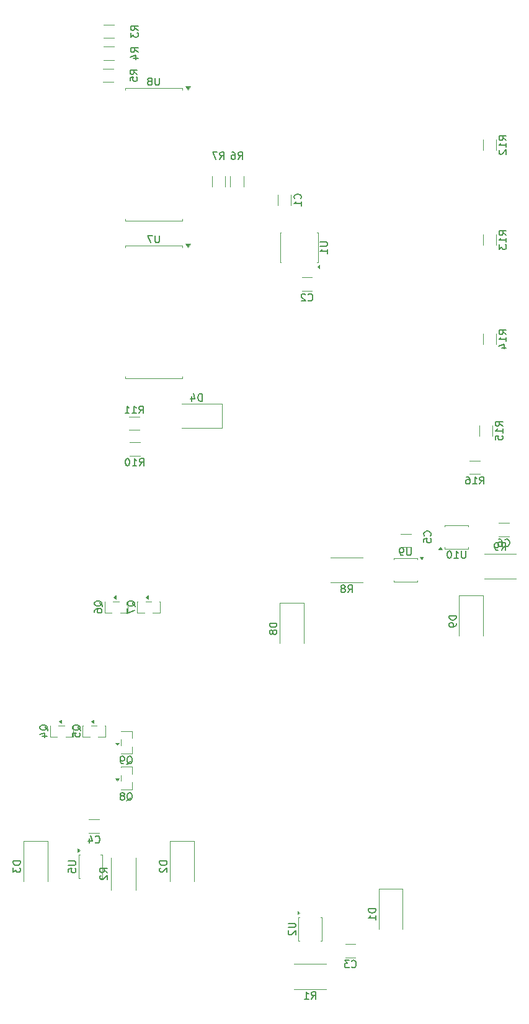
<source format=gbr>
%TF.GenerationSoftware,KiCad,Pcbnew,9.0.6*%
%TF.CreationDate,2025-12-23T13:14:00+01:00*%
%TF.ProjectId,MainBoard,4d61696e-426f-4617-9264-2e6b69636164,rev?*%
%TF.SameCoordinates,Original*%
%TF.FileFunction,Legend,Bot*%
%TF.FilePolarity,Positive*%
%FSLAX46Y46*%
G04 Gerber Fmt 4.6, Leading zero omitted, Abs format (unit mm)*
G04 Created by KiCad (PCBNEW 9.0.6) date 2025-12-23 13:14:00*
%MOMM*%
%LPD*%
G01*
G04 APERTURE LIST*
%ADD10C,0.150000*%
%ADD11C,0.120000*%
G04 APERTURE END LIST*
D10*
X60650057Y-142404761D02*
X60602438Y-142309523D01*
X60602438Y-142309523D02*
X60507200Y-142214285D01*
X60507200Y-142214285D02*
X60364342Y-142071428D01*
X60364342Y-142071428D02*
X60316723Y-141976190D01*
X60316723Y-141976190D02*
X60316723Y-141880952D01*
X60554819Y-141928571D02*
X60507200Y-141833333D01*
X60507200Y-141833333D02*
X60411961Y-141738095D01*
X60411961Y-141738095D02*
X60221485Y-141690476D01*
X60221485Y-141690476D02*
X59888152Y-141690476D01*
X59888152Y-141690476D02*
X59697676Y-141738095D01*
X59697676Y-141738095D02*
X59602438Y-141833333D01*
X59602438Y-141833333D02*
X59554819Y-141928571D01*
X59554819Y-141928571D02*
X59554819Y-142119047D01*
X59554819Y-142119047D02*
X59602438Y-142214285D01*
X59602438Y-142214285D02*
X59697676Y-142309523D01*
X59697676Y-142309523D02*
X59888152Y-142357142D01*
X59888152Y-142357142D02*
X60221485Y-142357142D01*
X60221485Y-142357142D02*
X60411961Y-142309523D01*
X60411961Y-142309523D02*
X60507200Y-142214285D01*
X60507200Y-142214285D02*
X60554819Y-142119047D01*
X60554819Y-142119047D02*
X60554819Y-141928571D01*
X59554819Y-143261904D02*
X59554819Y-142785714D01*
X59554819Y-142785714D02*
X60031009Y-142738095D01*
X60031009Y-142738095D02*
X59983390Y-142785714D01*
X59983390Y-142785714D02*
X59935771Y-142880952D01*
X59935771Y-142880952D02*
X59935771Y-143119047D01*
X59935771Y-143119047D02*
X59983390Y-143214285D01*
X59983390Y-143214285D02*
X60031009Y-143261904D01*
X60031009Y-143261904D02*
X60126247Y-143309523D01*
X60126247Y-143309523D02*
X60364342Y-143309523D01*
X60364342Y-143309523D02*
X60459580Y-143261904D01*
X60459580Y-143261904D02*
X60507200Y-143214285D01*
X60507200Y-143214285D02*
X60554819Y-143119047D01*
X60554819Y-143119047D02*
X60554819Y-142880952D01*
X60554819Y-142880952D02*
X60507200Y-142785714D01*
X60507200Y-142785714D02*
X60459580Y-142738095D01*
X82166666Y-64454819D02*
X82499999Y-63978628D01*
X82738094Y-64454819D02*
X82738094Y-63454819D01*
X82738094Y-63454819D02*
X82357142Y-63454819D01*
X82357142Y-63454819D02*
X82261904Y-63502438D01*
X82261904Y-63502438D02*
X82214285Y-63550057D01*
X82214285Y-63550057D02*
X82166666Y-63645295D01*
X82166666Y-63645295D02*
X82166666Y-63788152D01*
X82166666Y-63788152D02*
X82214285Y-63883390D01*
X82214285Y-63883390D02*
X82261904Y-63931009D01*
X82261904Y-63931009D02*
X82357142Y-63978628D01*
X82357142Y-63978628D02*
X82738094Y-63978628D01*
X81309523Y-63454819D02*
X81499999Y-63454819D01*
X81499999Y-63454819D02*
X81595237Y-63502438D01*
X81595237Y-63502438D02*
X81642856Y-63550057D01*
X81642856Y-63550057D02*
X81738094Y-63692914D01*
X81738094Y-63692914D02*
X81785713Y-63883390D01*
X81785713Y-63883390D02*
X81785713Y-64264342D01*
X81785713Y-64264342D02*
X81738094Y-64359580D01*
X81738094Y-64359580D02*
X81690475Y-64407200D01*
X81690475Y-64407200D02*
X81595237Y-64454819D01*
X81595237Y-64454819D02*
X81404761Y-64454819D01*
X81404761Y-64454819D02*
X81309523Y-64407200D01*
X81309523Y-64407200D02*
X81261904Y-64359580D01*
X81261904Y-64359580D02*
X81214285Y-64264342D01*
X81214285Y-64264342D02*
X81214285Y-64026247D01*
X81214285Y-64026247D02*
X81261904Y-63931009D01*
X81261904Y-63931009D02*
X81309523Y-63883390D01*
X81309523Y-63883390D02*
X81404761Y-63835771D01*
X81404761Y-63835771D02*
X81595237Y-63835771D01*
X81595237Y-63835771D02*
X81690475Y-63883390D01*
X81690475Y-63883390D02*
X81738094Y-63931009D01*
X81738094Y-63931009D02*
X81785713Y-64026247D01*
X115142857Y-108784819D02*
X115476190Y-108308628D01*
X115714285Y-108784819D02*
X115714285Y-107784819D01*
X115714285Y-107784819D02*
X115333333Y-107784819D01*
X115333333Y-107784819D02*
X115238095Y-107832438D01*
X115238095Y-107832438D02*
X115190476Y-107880057D01*
X115190476Y-107880057D02*
X115142857Y-107975295D01*
X115142857Y-107975295D02*
X115142857Y-108118152D01*
X115142857Y-108118152D02*
X115190476Y-108213390D01*
X115190476Y-108213390D02*
X115238095Y-108261009D01*
X115238095Y-108261009D02*
X115333333Y-108308628D01*
X115333333Y-108308628D02*
X115714285Y-108308628D01*
X114190476Y-108784819D02*
X114761904Y-108784819D01*
X114476190Y-108784819D02*
X114476190Y-107784819D01*
X114476190Y-107784819D02*
X114571428Y-107927676D01*
X114571428Y-107927676D02*
X114666666Y-108022914D01*
X114666666Y-108022914D02*
X114761904Y-108070533D01*
X113333333Y-107784819D02*
X113523809Y-107784819D01*
X113523809Y-107784819D02*
X113619047Y-107832438D01*
X113619047Y-107832438D02*
X113666666Y-107880057D01*
X113666666Y-107880057D02*
X113761904Y-108022914D01*
X113761904Y-108022914D02*
X113809523Y-108213390D01*
X113809523Y-108213390D02*
X113809523Y-108594342D01*
X113809523Y-108594342D02*
X113761904Y-108689580D01*
X113761904Y-108689580D02*
X113714285Y-108737200D01*
X113714285Y-108737200D02*
X113619047Y-108784819D01*
X113619047Y-108784819D02*
X113428571Y-108784819D01*
X113428571Y-108784819D02*
X113333333Y-108737200D01*
X113333333Y-108737200D02*
X113285714Y-108689580D01*
X113285714Y-108689580D02*
X113238095Y-108594342D01*
X113238095Y-108594342D02*
X113238095Y-108356247D01*
X113238095Y-108356247D02*
X113285714Y-108261009D01*
X113285714Y-108261009D02*
X113333333Y-108213390D01*
X113333333Y-108213390D02*
X113428571Y-108165771D01*
X113428571Y-108165771D02*
X113619047Y-108165771D01*
X113619047Y-108165771D02*
X113714285Y-108213390D01*
X113714285Y-108213390D02*
X113761904Y-108261009D01*
X113761904Y-108261009D02*
X113809523Y-108356247D01*
X118784819Y-61857142D02*
X118308628Y-61523809D01*
X118784819Y-61285714D02*
X117784819Y-61285714D01*
X117784819Y-61285714D02*
X117784819Y-61666666D01*
X117784819Y-61666666D02*
X117832438Y-61761904D01*
X117832438Y-61761904D02*
X117880057Y-61809523D01*
X117880057Y-61809523D02*
X117975295Y-61857142D01*
X117975295Y-61857142D02*
X118118152Y-61857142D01*
X118118152Y-61857142D02*
X118213390Y-61809523D01*
X118213390Y-61809523D02*
X118261009Y-61761904D01*
X118261009Y-61761904D02*
X118308628Y-61666666D01*
X118308628Y-61666666D02*
X118308628Y-61285714D01*
X118784819Y-62809523D02*
X118784819Y-62238095D01*
X118784819Y-62523809D02*
X117784819Y-62523809D01*
X117784819Y-62523809D02*
X117927676Y-62428571D01*
X117927676Y-62428571D02*
X118022914Y-62333333D01*
X118022914Y-62333333D02*
X118070533Y-62238095D01*
X117880057Y-63190476D02*
X117832438Y-63238095D01*
X117832438Y-63238095D02*
X117784819Y-63333333D01*
X117784819Y-63333333D02*
X117784819Y-63571428D01*
X117784819Y-63571428D02*
X117832438Y-63666666D01*
X117832438Y-63666666D02*
X117880057Y-63714285D01*
X117880057Y-63714285D02*
X117975295Y-63761904D01*
X117975295Y-63761904D02*
X118070533Y-63761904D01*
X118070533Y-63761904D02*
X118213390Y-63714285D01*
X118213390Y-63714285D02*
X118784819Y-63142857D01*
X118784819Y-63142857D02*
X118784819Y-63761904D01*
X72454819Y-160261905D02*
X71454819Y-160261905D01*
X71454819Y-160261905D02*
X71454819Y-160500000D01*
X71454819Y-160500000D02*
X71502438Y-160642857D01*
X71502438Y-160642857D02*
X71597676Y-160738095D01*
X71597676Y-160738095D02*
X71692914Y-160785714D01*
X71692914Y-160785714D02*
X71883390Y-160833333D01*
X71883390Y-160833333D02*
X72026247Y-160833333D01*
X72026247Y-160833333D02*
X72216723Y-160785714D01*
X72216723Y-160785714D02*
X72311961Y-160738095D01*
X72311961Y-160738095D02*
X72407200Y-160642857D01*
X72407200Y-160642857D02*
X72454819Y-160500000D01*
X72454819Y-160500000D02*
X72454819Y-160261905D01*
X71550057Y-161214286D02*
X71502438Y-161261905D01*
X71502438Y-161261905D02*
X71454819Y-161357143D01*
X71454819Y-161357143D02*
X71454819Y-161595238D01*
X71454819Y-161595238D02*
X71502438Y-161690476D01*
X71502438Y-161690476D02*
X71550057Y-161738095D01*
X71550057Y-161738095D02*
X71645295Y-161785714D01*
X71645295Y-161785714D02*
X71740533Y-161785714D01*
X71740533Y-161785714D02*
X71883390Y-161738095D01*
X71883390Y-161738095D02*
X72454819Y-161166667D01*
X72454819Y-161166667D02*
X72454819Y-161785714D01*
X52454819Y-160261905D02*
X51454819Y-160261905D01*
X51454819Y-160261905D02*
X51454819Y-160500000D01*
X51454819Y-160500000D02*
X51502438Y-160642857D01*
X51502438Y-160642857D02*
X51597676Y-160738095D01*
X51597676Y-160738095D02*
X51692914Y-160785714D01*
X51692914Y-160785714D02*
X51883390Y-160833333D01*
X51883390Y-160833333D02*
X52026247Y-160833333D01*
X52026247Y-160833333D02*
X52216723Y-160785714D01*
X52216723Y-160785714D02*
X52311961Y-160738095D01*
X52311961Y-160738095D02*
X52407200Y-160642857D01*
X52407200Y-160642857D02*
X52454819Y-160500000D01*
X52454819Y-160500000D02*
X52454819Y-160261905D01*
X51454819Y-161166667D02*
X51454819Y-161785714D01*
X51454819Y-161785714D02*
X51835771Y-161452381D01*
X51835771Y-161452381D02*
X51835771Y-161595238D01*
X51835771Y-161595238D02*
X51883390Y-161690476D01*
X51883390Y-161690476D02*
X51931009Y-161738095D01*
X51931009Y-161738095D02*
X52026247Y-161785714D01*
X52026247Y-161785714D02*
X52264342Y-161785714D01*
X52264342Y-161785714D02*
X52359580Y-161738095D01*
X52359580Y-161738095D02*
X52407200Y-161690476D01*
X52407200Y-161690476D02*
X52454819Y-161595238D01*
X52454819Y-161595238D02*
X52454819Y-161309524D01*
X52454819Y-161309524D02*
X52407200Y-161214286D01*
X52407200Y-161214286D02*
X52359580Y-161166667D01*
X87454819Y-127761905D02*
X86454819Y-127761905D01*
X86454819Y-127761905D02*
X86454819Y-128000000D01*
X86454819Y-128000000D02*
X86502438Y-128142857D01*
X86502438Y-128142857D02*
X86597676Y-128238095D01*
X86597676Y-128238095D02*
X86692914Y-128285714D01*
X86692914Y-128285714D02*
X86883390Y-128333333D01*
X86883390Y-128333333D02*
X87026247Y-128333333D01*
X87026247Y-128333333D02*
X87216723Y-128285714D01*
X87216723Y-128285714D02*
X87311961Y-128238095D01*
X87311961Y-128238095D02*
X87407200Y-128142857D01*
X87407200Y-128142857D02*
X87454819Y-128000000D01*
X87454819Y-128000000D02*
X87454819Y-127761905D01*
X86883390Y-128904762D02*
X86835771Y-128809524D01*
X86835771Y-128809524D02*
X86788152Y-128761905D01*
X86788152Y-128761905D02*
X86692914Y-128714286D01*
X86692914Y-128714286D02*
X86645295Y-128714286D01*
X86645295Y-128714286D02*
X86550057Y-128761905D01*
X86550057Y-128761905D02*
X86502438Y-128809524D01*
X86502438Y-128809524D02*
X86454819Y-128904762D01*
X86454819Y-128904762D02*
X86454819Y-129095238D01*
X86454819Y-129095238D02*
X86502438Y-129190476D01*
X86502438Y-129190476D02*
X86550057Y-129238095D01*
X86550057Y-129238095D02*
X86645295Y-129285714D01*
X86645295Y-129285714D02*
X86692914Y-129285714D01*
X86692914Y-129285714D02*
X86788152Y-129238095D01*
X86788152Y-129238095D02*
X86835771Y-129190476D01*
X86835771Y-129190476D02*
X86883390Y-129095238D01*
X86883390Y-129095238D02*
X86883390Y-128904762D01*
X86883390Y-128904762D02*
X86931009Y-128809524D01*
X86931009Y-128809524D02*
X86978628Y-128761905D01*
X86978628Y-128761905D02*
X87073866Y-128714286D01*
X87073866Y-128714286D02*
X87264342Y-128714286D01*
X87264342Y-128714286D02*
X87359580Y-128761905D01*
X87359580Y-128761905D02*
X87407200Y-128809524D01*
X87407200Y-128809524D02*
X87454819Y-128904762D01*
X87454819Y-128904762D02*
X87454819Y-129095238D01*
X87454819Y-129095238D02*
X87407200Y-129190476D01*
X87407200Y-129190476D02*
X87359580Y-129238095D01*
X87359580Y-129238095D02*
X87264342Y-129285714D01*
X87264342Y-129285714D02*
X87073866Y-129285714D01*
X87073866Y-129285714D02*
X86978628Y-129238095D01*
X86978628Y-129238095D02*
X86931009Y-129190476D01*
X86931009Y-129190476D02*
X86883390Y-129095238D01*
X100954819Y-166761905D02*
X99954819Y-166761905D01*
X99954819Y-166761905D02*
X99954819Y-167000000D01*
X99954819Y-167000000D02*
X100002438Y-167142857D01*
X100002438Y-167142857D02*
X100097676Y-167238095D01*
X100097676Y-167238095D02*
X100192914Y-167285714D01*
X100192914Y-167285714D02*
X100383390Y-167333333D01*
X100383390Y-167333333D02*
X100526247Y-167333333D01*
X100526247Y-167333333D02*
X100716723Y-167285714D01*
X100716723Y-167285714D02*
X100811961Y-167238095D01*
X100811961Y-167238095D02*
X100907200Y-167142857D01*
X100907200Y-167142857D02*
X100954819Y-167000000D01*
X100954819Y-167000000D02*
X100954819Y-166761905D01*
X100954819Y-168285714D02*
X100954819Y-167714286D01*
X100954819Y-168000000D02*
X99954819Y-168000000D01*
X99954819Y-168000000D02*
X100097676Y-167904762D01*
X100097676Y-167904762D02*
X100192914Y-167809524D01*
X100192914Y-167809524D02*
X100240533Y-167714286D01*
X118116666Y-117824819D02*
X118449999Y-117348628D01*
X118688094Y-117824819D02*
X118688094Y-116824819D01*
X118688094Y-116824819D02*
X118307142Y-116824819D01*
X118307142Y-116824819D02*
X118211904Y-116872438D01*
X118211904Y-116872438D02*
X118164285Y-116920057D01*
X118164285Y-116920057D02*
X118116666Y-117015295D01*
X118116666Y-117015295D02*
X118116666Y-117158152D01*
X118116666Y-117158152D02*
X118164285Y-117253390D01*
X118164285Y-117253390D02*
X118211904Y-117301009D01*
X118211904Y-117301009D02*
X118307142Y-117348628D01*
X118307142Y-117348628D02*
X118688094Y-117348628D01*
X117640475Y-117824819D02*
X117449999Y-117824819D01*
X117449999Y-117824819D02*
X117354761Y-117777200D01*
X117354761Y-117777200D02*
X117307142Y-117729580D01*
X117307142Y-117729580D02*
X117211904Y-117586723D01*
X117211904Y-117586723D02*
X117164285Y-117396247D01*
X117164285Y-117396247D02*
X117164285Y-117015295D01*
X117164285Y-117015295D02*
X117211904Y-116920057D01*
X117211904Y-116920057D02*
X117259523Y-116872438D01*
X117259523Y-116872438D02*
X117354761Y-116824819D01*
X117354761Y-116824819D02*
X117545237Y-116824819D01*
X117545237Y-116824819D02*
X117640475Y-116872438D01*
X117640475Y-116872438D02*
X117688094Y-116920057D01*
X117688094Y-116920057D02*
X117735713Y-117015295D01*
X117735713Y-117015295D02*
X117735713Y-117253390D01*
X117735713Y-117253390D02*
X117688094Y-117348628D01*
X117688094Y-117348628D02*
X117640475Y-117396247D01*
X117640475Y-117396247D02*
X117545237Y-117443866D01*
X117545237Y-117443866D02*
X117354761Y-117443866D01*
X117354761Y-117443866D02*
X117259523Y-117396247D01*
X117259523Y-117396247D02*
X117211904Y-117348628D01*
X117211904Y-117348628D02*
X117164285Y-117253390D01*
X68404819Y-52833333D02*
X67928628Y-52500000D01*
X68404819Y-52261905D02*
X67404819Y-52261905D01*
X67404819Y-52261905D02*
X67404819Y-52642857D01*
X67404819Y-52642857D02*
X67452438Y-52738095D01*
X67452438Y-52738095D02*
X67500057Y-52785714D01*
X67500057Y-52785714D02*
X67595295Y-52833333D01*
X67595295Y-52833333D02*
X67738152Y-52833333D01*
X67738152Y-52833333D02*
X67833390Y-52785714D01*
X67833390Y-52785714D02*
X67881009Y-52738095D01*
X67881009Y-52738095D02*
X67928628Y-52642857D01*
X67928628Y-52642857D02*
X67928628Y-52261905D01*
X67404819Y-53738095D02*
X67404819Y-53261905D01*
X67404819Y-53261905D02*
X67881009Y-53214286D01*
X67881009Y-53214286D02*
X67833390Y-53261905D01*
X67833390Y-53261905D02*
X67785771Y-53357143D01*
X67785771Y-53357143D02*
X67785771Y-53595238D01*
X67785771Y-53595238D02*
X67833390Y-53690476D01*
X67833390Y-53690476D02*
X67881009Y-53738095D01*
X67881009Y-53738095D02*
X67976247Y-53785714D01*
X67976247Y-53785714D02*
X68214342Y-53785714D01*
X68214342Y-53785714D02*
X68309580Y-53738095D01*
X68309580Y-53738095D02*
X68357200Y-53690476D01*
X68357200Y-53690476D02*
X68404819Y-53595238D01*
X68404819Y-53595238D02*
X68404819Y-53357143D01*
X68404819Y-53357143D02*
X68357200Y-53261905D01*
X68357200Y-53261905D02*
X68309580Y-53214286D01*
X118784819Y-88357142D02*
X118308628Y-88023809D01*
X118784819Y-87785714D02*
X117784819Y-87785714D01*
X117784819Y-87785714D02*
X117784819Y-88166666D01*
X117784819Y-88166666D02*
X117832438Y-88261904D01*
X117832438Y-88261904D02*
X117880057Y-88309523D01*
X117880057Y-88309523D02*
X117975295Y-88357142D01*
X117975295Y-88357142D02*
X118118152Y-88357142D01*
X118118152Y-88357142D02*
X118213390Y-88309523D01*
X118213390Y-88309523D02*
X118261009Y-88261904D01*
X118261009Y-88261904D02*
X118308628Y-88166666D01*
X118308628Y-88166666D02*
X118308628Y-87785714D01*
X118784819Y-89309523D02*
X118784819Y-88738095D01*
X118784819Y-89023809D02*
X117784819Y-89023809D01*
X117784819Y-89023809D02*
X117927676Y-88928571D01*
X117927676Y-88928571D02*
X118022914Y-88833333D01*
X118022914Y-88833333D02*
X118070533Y-88738095D01*
X118118152Y-90166666D02*
X118784819Y-90166666D01*
X117737200Y-89928571D02*
X118451485Y-89690476D01*
X118451485Y-89690476D02*
X118451485Y-90309523D01*
X66970238Y-152000057D02*
X67065476Y-151952438D01*
X67065476Y-151952438D02*
X67160714Y-151857200D01*
X67160714Y-151857200D02*
X67303571Y-151714342D01*
X67303571Y-151714342D02*
X67398809Y-151666723D01*
X67398809Y-151666723D02*
X67494047Y-151666723D01*
X67446428Y-151904819D02*
X67541666Y-151857200D01*
X67541666Y-151857200D02*
X67636904Y-151761961D01*
X67636904Y-151761961D02*
X67684523Y-151571485D01*
X67684523Y-151571485D02*
X67684523Y-151238152D01*
X67684523Y-151238152D02*
X67636904Y-151047676D01*
X67636904Y-151047676D02*
X67541666Y-150952438D01*
X67541666Y-150952438D02*
X67446428Y-150904819D01*
X67446428Y-150904819D02*
X67255952Y-150904819D01*
X67255952Y-150904819D02*
X67160714Y-150952438D01*
X67160714Y-150952438D02*
X67065476Y-151047676D01*
X67065476Y-151047676D02*
X67017857Y-151238152D01*
X67017857Y-151238152D02*
X67017857Y-151571485D01*
X67017857Y-151571485D02*
X67065476Y-151761961D01*
X67065476Y-151761961D02*
X67160714Y-151857200D01*
X67160714Y-151857200D02*
X67255952Y-151904819D01*
X67255952Y-151904819D02*
X67446428Y-151904819D01*
X66446428Y-151333390D02*
X66541666Y-151285771D01*
X66541666Y-151285771D02*
X66589285Y-151238152D01*
X66589285Y-151238152D02*
X66636904Y-151142914D01*
X66636904Y-151142914D02*
X66636904Y-151095295D01*
X66636904Y-151095295D02*
X66589285Y-151000057D01*
X66589285Y-151000057D02*
X66541666Y-150952438D01*
X66541666Y-150952438D02*
X66446428Y-150904819D01*
X66446428Y-150904819D02*
X66255952Y-150904819D01*
X66255952Y-150904819D02*
X66160714Y-150952438D01*
X66160714Y-150952438D02*
X66113095Y-151000057D01*
X66113095Y-151000057D02*
X66065476Y-151095295D01*
X66065476Y-151095295D02*
X66065476Y-151142914D01*
X66065476Y-151142914D02*
X66113095Y-151238152D01*
X66113095Y-151238152D02*
X66160714Y-151285771D01*
X66160714Y-151285771D02*
X66255952Y-151333390D01*
X66255952Y-151333390D02*
X66446428Y-151333390D01*
X66446428Y-151333390D02*
X66541666Y-151381009D01*
X66541666Y-151381009D02*
X66589285Y-151428628D01*
X66589285Y-151428628D02*
X66636904Y-151523866D01*
X66636904Y-151523866D02*
X66636904Y-151714342D01*
X66636904Y-151714342D02*
X66589285Y-151809580D01*
X66589285Y-151809580D02*
X66541666Y-151857200D01*
X66541666Y-151857200D02*
X66446428Y-151904819D01*
X66446428Y-151904819D02*
X66255952Y-151904819D01*
X66255952Y-151904819D02*
X66160714Y-151857200D01*
X66160714Y-151857200D02*
X66113095Y-151809580D01*
X66113095Y-151809580D02*
X66065476Y-151714342D01*
X66065476Y-151714342D02*
X66065476Y-151523866D01*
X66065476Y-151523866D02*
X66113095Y-151428628D01*
X66113095Y-151428628D02*
X66160714Y-151381009D01*
X66160714Y-151381009D02*
X66255952Y-151333390D01*
X91729166Y-83709580D02*
X91776785Y-83757200D01*
X91776785Y-83757200D02*
X91919642Y-83804819D01*
X91919642Y-83804819D02*
X92014880Y-83804819D01*
X92014880Y-83804819D02*
X92157737Y-83757200D01*
X92157737Y-83757200D02*
X92252975Y-83661961D01*
X92252975Y-83661961D02*
X92300594Y-83566723D01*
X92300594Y-83566723D02*
X92348213Y-83376247D01*
X92348213Y-83376247D02*
X92348213Y-83233390D01*
X92348213Y-83233390D02*
X92300594Y-83042914D01*
X92300594Y-83042914D02*
X92252975Y-82947676D01*
X92252975Y-82947676D02*
X92157737Y-82852438D01*
X92157737Y-82852438D02*
X92014880Y-82804819D01*
X92014880Y-82804819D02*
X91919642Y-82804819D01*
X91919642Y-82804819D02*
X91776785Y-82852438D01*
X91776785Y-82852438D02*
X91729166Y-82900057D01*
X91348213Y-82900057D02*
X91300594Y-82852438D01*
X91300594Y-82852438D02*
X91205356Y-82804819D01*
X91205356Y-82804819D02*
X90967261Y-82804819D01*
X90967261Y-82804819D02*
X90872023Y-82852438D01*
X90872023Y-82852438D02*
X90824404Y-82900057D01*
X90824404Y-82900057D02*
X90776785Y-82995295D01*
X90776785Y-82995295D02*
X90776785Y-83090533D01*
X90776785Y-83090533D02*
X90824404Y-83233390D01*
X90824404Y-83233390D02*
X91395832Y-83804819D01*
X91395832Y-83804819D02*
X90776785Y-83804819D01*
X59004819Y-160238095D02*
X59814342Y-160238095D01*
X59814342Y-160238095D02*
X59909580Y-160285714D01*
X59909580Y-160285714D02*
X59957200Y-160333333D01*
X59957200Y-160333333D02*
X60004819Y-160428571D01*
X60004819Y-160428571D02*
X60004819Y-160619047D01*
X60004819Y-160619047D02*
X59957200Y-160714285D01*
X59957200Y-160714285D02*
X59909580Y-160761904D01*
X59909580Y-160761904D02*
X59814342Y-160809523D01*
X59814342Y-160809523D02*
X59004819Y-160809523D01*
X59004819Y-161761904D02*
X59004819Y-161285714D01*
X59004819Y-161285714D02*
X59481009Y-161238095D01*
X59481009Y-161238095D02*
X59433390Y-161285714D01*
X59433390Y-161285714D02*
X59385771Y-161380952D01*
X59385771Y-161380952D02*
X59385771Y-161619047D01*
X59385771Y-161619047D02*
X59433390Y-161714285D01*
X59433390Y-161714285D02*
X59481009Y-161761904D01*
X59481009Y-161761904D02*
X59576247Y-161809523D01*
X59576247Y-161809523D02*
X59814342Y-161809523D01*
X59814342Y-161809523D02*
X59909580Y-161761904D01*
X59909580Y-161761904D02*
X59957200Y-161714285D01*
X59957200Y-161714285D02*
X60004819Y-161619047D01*
X60004819Y-161619047D02*
X60004819Y-161380952D01*
X60004819Y-161380952D02*
X59957200Y-161285714D01*
X59957200Y-161285714D02*
X59909580Y-161238095D01*
X62666666Y-157709580D02*
X62714285Y-157757200D01*
X62714285Y-157757200D02*
X62857142Y-157804819D01*
X62857142Y-157804819D02*
X62952380Y-157804819D01*
X62952380Y-157804819D02*
X63095237Y-157757200D01*
X63095237Y-157757200D02*
X63190475Y-157661961D01*
X63190475Y-157661961D02*
X63238094Y-157566723D01*
X63238094Y-157566723D02*
X63285713Y-157376247D01*
X63285713Y-157376247D02*
X63285713Y-157233390D01*
X63285713Y-157233390D02*
X63238094Y-157042914D01*
X63238094Y-157042914D02*
X63190475Y-156947676D01*
X63190475Y-156947676D02*
X63095237Y-156852438D01*
X63095237Y-156852438D02*
X62952380Y-156804819D01*
X62952380Y-156804819D02*
X62857142Y-156804819D01*
X62857142Y-156804819D02*
X62714285Y-156852438D01*
X62714285Y-156852438D02*
X62666666Y-156900057D01*
X61809523Y-157138152D02*
X61809523Y-157804819D01*
X62047618Y-156757200D02*
X62285713Y-157471485D01*
X62285713Y-157471485D02*
X61666666Y-157471485D01*
X111954819Y-126761905D02*
X110954819Y-126761905D01*
X110954819Y-126761905D02*
X110954819Y-127000000D01*
X110954819Y-127000000D02*
X111002438Y-127142857D01*
X111002438Y-127142857D02*
X111097676Y-127238095D01*
X111097676Y-127238095D02*
X111192914Y-127285714D01*
X111192914Y-127285714D02*
X111383390Y-127333333D01*
X111383390Y-127333333D02*
X111526247Y-127333333D01*
X111526247Y-127333333D02*
X111716723Y-127285714D01*
X111716723Y-127285714D02*
X111811961Y-127238095D01*
X111811961Y-127238095D02*
X111907200Y-127142857D01*
X111907200Y-127142857D02*
X111954819Y-127000000D01*
X111954819Y-127000000D02*
X111954819Y-126761905D01*
X111954819Y-127809524D02*
X111954819Y-128000000D01*
X111954819Y-128000000D02*
X111907200Y-128095238D01*
X111907200Y-128095238D02*
X111859580Y-128142857D01*
X111859580Y-128142857D02*
X111716723Y-128238095D01*
X111716723Y-128238095D02*
X111526247Y-128285714D01*
X111526247Y-128285714D02*
X111145295Y-128285714D01*
X111145295Y-128285714D02*
X111050057Y-128238095D01*
X111050057Y-128238095D02*
X111002438Y-128190476D01*
X111002438Y-128190476D02*
X110954819Y-128095238D01*
X110954819Y-128095238D02*
X110954819Y-127904762D01*
X110954819Y-127904762D02*
X111002438Y-127809524D01*
X111002438Y-127809524D02*
X111050057Y-127761905D01*
X111050057Y-127761905D02*
X111145295Y-127714286D01*
X111145295Y-127714286D02*
X111383390Y-127714286D01*
X111383390Y-127714286D02*
X111478628Y-127761905D01*
X111478628Y-127761905D02*
X111526247Y-127809524D01*
X111526247Y-127809524D02*
X111573866Y-127904762D01*
X111573866Y-127904762D02*
X111573866Y-128095238D01*
X111573866Y-128095238D02*
X111526247Y-128190476D01*
X111526247Y-128190476D02*
X111478628Y-128238095D01*
X111478628Y-128238095D02*
X111383390Y-128285714D01*
X63650057Y-125467261D02*
X63602438Y-125372023D01*
X63602438Y-125372023D02*
X63507200Y-125276785D01*
X63507200Y-125276785D02*
X63364342Y-125133928D01*
X63364342Y-125133928D02*
X63316723Y-125038690D01*
X63316723Y-125038690D02*
X63316723Y-124943452D01*
X63554819Y-124991071D02*
X63507200Y-124895833D01*
X63507200Y-124895833D02*
X63411961Y-124800595D01*
X63411961Y-124800595D02*
X63221485Y-124752976D01*
X63221485Y-124752976D02*
X62888152Y-124752976D01*
X62888152Y-124752976D02*
X62697676Y-124800595D01*
X62697676Y-124800595D02*
X62602438Y-124895833D01*
X62602438Y-124895833D02*
X62554819Y-124991071D01*
X62554819Y-124991071D02*
X62554819Y-125181547D01*
X62554819Y-125181547D02*
X62602438Y-125276785D01*
X62602438Y-125276785D02*
X62697676Y-125372023D01*
X62697676Y-125372023D02*
X62888152Y-125419642D01*
X62888152Y-125419642D02*
X63221485Y-125419642D01*
X63221485Y-125419642D02*
X63411961Y-125372023D01*
X63411961Y-125372023D02*
X63507200Y-125276785D01*
X63507200Y-125276785D02*
X63554819Y-125181547D01*
X63554819Y-125181547D02*
X63554819Y-124991071D01*
X62554819Y-126276785D02*
X62554819Y-126086309D01*
X62554819Y-126086309D02*
X62602438Y-125991071D01*
X62602438Y-125991071D02*
X62650057Y-125943452D01*
X62650057Y-125943452D02*
X62792914Y-125848214D01*
X62792914Y-125848214D02*
X62983390Y-125800595D01*
X62983390Y-125800595D02*
X63364342Y-125800595D01*
X63364342Y-125800595D02*
X63459580Y-125848214D01*
X63459580Y-125848214D02*
X63507200Y-125895833D01*
X63507200Y-125895833D02*
X63554819Y-125991071D01*
X63554819Y-125991071D02*
X63554819Y-126181547D01*
X63554819Y-126181547D02*
X63507200Y-126276785D01*
X63507200Y-126276785D02*
X63459580Y-126324404D01*
X63459580Y-126324404D02*
X63364342Y-126372023D01*
X63364342Y-126372023D02*
X63126247Y-126372023D01*
X63126247Y-126372023D02*
X63031009Y-126324404D01*
X63031009Y-126324404D02*
X62983390Y-126276785D01*
X62983390Y-126276785D02*
X62935771Y-126181547D01*
X62935771Y-126181547D02*
X62935771Y-125991071D01*
X62935771Y-125991071D02*
X62983390Y-125895833D01*
X62983390Y-125895833D02*
X63031009Y-125848214D01*
X63031009Y-125848214D02*
X63126247Y-125800595D01*
X64324819Y-161833333D02*
X63848628Y-161500000D01*
X64324819Y-161261905D02*
X63324819Y-161261905D01*
X63324819Y-161261905D02*
X63324819Y-161642857D01*
X63324819Y-161642857D02*
X63372438Y-161738095D01*
X63372438Y-161738095D02*
X63420057Y-161785714D01*
X63420057Y-161785714D02*
X63515295Y-161833333D01*
X63515295Y-161833333D02*
X63658152Y-161833333D01*
X63658152Y-161833333D02*
X63753390Y-161785714D01*
X63753390Y-161785714D02*
X63801009Y-161738095D01*
X63801009Y-161738095D02*
X63848628Y-161642857D01*
X63848628Y-161642857D02*
X63848628Y-161261905D01*
X63420057Y-162214286D02*
X63372438Y-162261905D01*
X63372438Y-162261905D02*
X63324819Y-162357143D01*
X63324819Y-162357143D02*
X63324819Y-162595238D01*
X63324819Y-162595238D02*
X63372438Y-162690476D01*
X63372438Y-162690476D02*
X63420057Y-162738095D01*
X63420057Y-162738095D02*
X63515295Y-162785714D01*
X63515295Y-162785714D02*
X63610533Y-162785714D01*
X63610533Y-162785714D02*
X63753390Y-162738095D01*
X63753390Y-162738095D02*
X64324819Y-162166667D01*
X64324819Y-162166667D02*
X64324819Y-162785714D01*
X118784819Y-74807142D02*
X118308628Y-74473809D01*
X118784819Y-74235714D02*
X117784819Y-74235714D01*
X117784819Y-74235714D02*
X117784819Y-74616666D01*
X117784819Y-74616666D02*
X117832438Y-74711904D01*
X117832438Y-74711904D02*
X117880057Y-74759523D01*
X117880057Y-74759523D02*
X117975295Y-74807142D01*
X117975295Y-74807142D02*
X118118152Y-74807142D01*
X118118152Y-74807142D02*
X118213390Y-74759523D01*
X118213390Y-74759523D02*
X118261009Y-74711904D01*
X118261009Y-74711904D02*
X118308628Y-74616666D01*
X118308628Y-74616666D02*
X118308628Y-74235714D01*
X118784819Y-75759523D02*
X118784819Y-75188095D01*
X118784819Y-75473809D02*
X117784819Y-75473809D01*
X117784819Y-75473809D02*
X117927676Y-75378571D01*
X117927676Y-75378571D02*
X118022914Y-75283333D01*
X118022914Y-75283333D02*
X118070533Y-75188095D01*
X117784819Y-76092857D02*
X117784819Y-76711904D01*
X117784819Y-76711904D02*
X118165771Y-76378571D01*
X118165771Y-76378571D02*
X118165771Y-76521428D01*
X118165771Y-76521428D02*
X118213390Y-76616666D01*
X118213390Y-76616666D02*
X118261009Y-76664285D01*
X118261009Y-76664285D02*
X118356247Y-76711904D01*
X118356247Y-76711904D02*
X118594342Y-76711904D01*
X118594342Y-76711904D02*
X118689580Y-76664285D01*
X118689580Y-76664285D02*
X118737200Y-76616666D01*
X118737200Y-76616666D02*
X118784819Y-76521428D01*
X118784819Y-76521428D02*
X118784819Y-76235714D01*
X118784819Y-76235714D02*
X118737200Y-76140476D01*
X118737200Y-76140476D02*
X118689580Y-76092857D01*
X90709580Y-69833333D02*
X90757200Y-69785714D01*
X90757200Y-69785714D02*
X90804819Y-69642857D01*
X90804819Y-69642857D02*
X90804819Y-69547619D01*
X90804819Y-69547619D02*
X90757200Y-69404762D01*
X90757200Y-69404762D02*
X90661961Y-69309524D01*
X90661961Y-69309524D02*
X90566723Y-69261905D01*
X90566723Y-69261905D02*
X90376247Y-69214286D01*
X90376247Y-69214286D02*
X90233390Y-69214286D01*
X90233390Y-69214286D02*
X90042914Y-69261905D01*
X90042914Y-69261905D02*
X89947676Y-69309524D01*
X89947676Y-69309524D02*
X89852438Y-69404762D01*
X89852438Y-69404762D02*
X89804819Y-69547619D01*
X89804819Y-69547619D02*
X89804819Y-69642857D01*
X89804819Y-69642857D02*
X89852438Y-69785714D01*
X89852438Y-69785714D02*
X89900057Y-69833333D01*
X90804819Y-70785714D02*
X90804819Y-70214286D01*
X90804819Y-70500000D02*
X89804819Y-70500000D01*
X89804819Y-70500000D02*
X89947676Y-70404762D01*
X89947676Y-70404762D02*
X90042914Y-70309524D01*
X90042914Y-70309524D02*
X90090533Y-70214286D01*
X68504819Y-46833333D02*
X68028628Y-46500000D01*
X68504819Y-46261905D02*
X67504819Y-46261905D01*
X67504819Y-46261905D02*
X67504819Y-46642857D01*
X67504819Y-46642857D02*
X67552438Y-46738095D01*
X67552438Y-46738095D02*
X67600057Y-46785714D01*
X67600057Y-46785714D02*
X67695295Y-46833333D01*
X67695295Y-46833333D02*
X67838152Y-46833333D01*
X67838152Y-46833333D02*
X67933390Y-46785714D01*
X67933390Y-46785714D02*
X67981009Y-46738095D01*
X67981009Y-46738095D02*
X68028628Y-46642857D01*
X68028628Y-46642857D02*
X68028628Y-46261905D01*
X67504819Y-47166667D02*
X67504819Y-47785714D01*
X67504819Y-47785714D02*
X67885771Y-47452381D01*
X67885771Y-47452381D02*
X67885771Y-47595238D01*
X67885771Y-47595238D02*
X67933390Y-47690476D01*
X67933390Y-47690476D02*
X67981009Y-47738095D01*
X67981009Y-47738095D02*
X68076247Y-47785714D01*
X68076247Y-47785714D02*
X68314342Y-47785714D01*
X68314342Y-47785714D02*
X68409580Y-47738095D01*
X68409580Y-47738095D02*
X68457200Y-47690476D01*
X68457200Y-47690476D02*
X68504819Y-47595238D01*
X68504819Y-47595238D02*
X68504819Y-47309524D01*
X68504819Y-47309524D02*
X68457200Y-47214286D01*
X68457200Y-47214286D02*
X68409580Y-47166667D01*
X118284819Y-100857142D02*
X117808628Y-100523809D01*
X118284819Y-100285714D02*
X117284819Y-100285714D01*
X117284819Y-100285714D02*
X117284819Y-100666666D01*
X117284819Y-100666666D02*
X117332438Y-100761904D01*
X117332438Y-100761904D02*
X117380057Y-100809523D01*
X117380057Y-100809523D02*
X117475295Y-100857142D01*
X117475295Y-100857142D02*
X117618152Y-100857142D01*
X117618152Y-100857142D02*
X117713390Y-100809523D01*
X117713390Y-100809523D02*
X117761009Y-100761904D01*
X117761009Y-100761904D02*
X117808628Y-100666666D01*
X117808628Y-100666666D02*
X117808628Y-100285714D01*
X118284819Y-101809523D02*
X118284819Y-101238095D01*
X118284819Y-101523809D02*
X117284819Y-101523809D01*
X117284819Y-101523809D02*
X117427676Y-101428571D01*
X117427676Y-101428571D02*
X117522914Y-101333333D01*
X117522914Y-101333333D02*
X117570533Y-101238095D01*
X117284819Y-102714285D02*
X117284819Y-102238095D01*
X117284819Y-102238095D02*
X117761009Y-102190476D01*
X117761009Y-102190476D02*
X117713390Y-102238095D01*
X117713390Y-102238095D02*
X117665771Y-102333333D01*
X117665771Y-102333333D02*
X117665771Y-102571428D01*
X117665771Y-102571428D02*
X117713390Y-102666666D01*
X117713390Y-102666666D02*
X117761009Y-102714285D01*
X117761009Y-102714285D02*
X117856247Y-102761904D01*
X117856247Y-102761904D02*
X118094342Y-102761904D01*
X118094342Y-102761904D02*
X118189580Y-102714285D01*
X118189580Y-102714285D02*
X118237200Y-102666666D01*
X118237200Y-102666666D02*
X118284819Y-102571428D01*
X118284819Y-102571428D02*
X118284819Y-102333333D01*
X118284819Y-102333333D02*
X118237200Y-102238095D01*
X118237200Y-102238095D02*
X118189580Y-102190476D01*
X71411904Y-53339819D02*
X71411904Y-54149342D01*
X71411904Y-54149342D02*
X71364285Y-54244580D01*
X71364285Y-54244580D02*
X71316666Y-54292200D01*
X71316666Y-54292200D02*
X71221428Y-54339819D01*
X71221428Y-54339819D02*
X71030952Y-54339819D01*
X71030952Y-54339819D02*
X70935714Y-54292200D01*
X70935714Y-54292200D02*
X70888095Y-54244580D01*
X70888095Y-54244580D02*
X70840476Y-54149342D01*
X70840476Y-54149342D02*
X70840476Y-53339819D01*
X70221428Y-53768390D02*
X70316666Y-53720771D01*
X70316666Y-53720771D02*
X70364285Y-53673152D01*
X70364285Y-53673152D02*
X70411904Y-53577914D01*
X70411904Y-53577914D02*
X70411904Y-53530295D01*
X70411904Y-53530295D02*
X70364285Y-53435057D01*
X70364285Y-53435057D02*
X70316666Y-53387438D01*
X70316666Y-53387438D02*
X70221428Y-53339819D01*
X70221428Y-53339819D02*
X70030952Y-53339819D01*
X70030952Y-53339819D02*
X69935714Y-53387438D01*
X69935714Y-53387438D02*
X69888095Y-53435057D01*
X69888095Y-53435057D02*
X69840476Y-53530295D01*
X69840476Y-53530295D02*
X69840476Y-53577914D01*
X69840476Y-53577914D02*
X69888095Y-53673152D01*
X69888095Y-53673152D02*
X69935714Y-53720771D01*
X69935714Y-53720771D02*
X70030952Y-53768390D01*
X70030952Y-53768390D02*
X70221428Y-53768390D01*
X70221428Y-53768390D02*
X70316666Y-53816009D01*
X70316666Y-53816009D02*
X70364285Y-53863628D01*
X70364285Y-53863628D02*
X70411904Y-53958866D01*
X70411904Y-53958866D02*
X70411904Y-54149342D01*
X70411904Y-54149342D02*
X70364285Y-54244580D01*
X70364285Y-54244580D02*
X70316666Y-54292200D01*
X70316666Y-54292200D02*
X70221428Y-54339819D01*
X70221428Y-54339819D02*
X70030952Y-54339819D01*
X70030952Y-54339819D02*
X69935714Y-54292200D01*
X69935714Y-54292200D02*
X69888095Y-54244580D01*
X69888095Y-54244580D02*
X69840476Y-54149342D01*
X69840476Y-54149342D02*
X69840476Y-53958866D01*
X69840476Y-53958866D02*
X69888095Y-53863628D01*
X69888095Y-53863628D02*
X69935714Y-53816009D01*
X69935714Y-53816009D02*
X70030952Y-53768390D01*
X68504819Y-49833333D02*
X68028628Y-49500000D01*
X68504819Y-49261905D02*
X67504819Y-49261905D01*
X67504819Y-49261905D02*
X67504819Y-49642857D01*
X67504819Y-49642857D02*
X67552438Y-49738095D01*
X67552438Y-49738095D02*
X67600057Y-49785714D01*
X67600057Y-49785714D02*
X67695295Y-49833333D01*
X67695295Y-49833333D02*
X67838152Y-49833333D01*
X67838152Y-49833333D02*
X67933390Y-49785714D01*
X67933390Y-49785714D02*
X67981009Y-49738095D01*
X67981009Y-49738095D02*
X68028628Y-49642857D01*
X68028628Y-49642857D02*
X68028628Y-49261905D01*
X67838152Y-50690476D02*
X68504819Y-50690476D01*
X67457200Y-50452381D02*
X68171485Y-50214286D01*
X68171485Y-50214286D02*
X68171485Y-50833333D01*
X71411904Y-74839819D02*
X71411904Y-75649342D01*
X71411904Y-75649342D02*
X71364285Y-75744580D01*
X71364285Y-75744580D02*
X71316666Y-75792200D01*
X71316666Y-75792200D02*
X71221428Y-75839819D01*
X71221428Y-75839819D02*
X71030952Y-75839819D01*
X71030952Y-75839819D02*
X70935714Y-75792200D01*
X70935714Y-75792200D02*
X70888095Y-75744580D01*
X70888095Y-75744580D02*
X70840476Y-75649342D01*
X70840476Y-75649342D02*
X70840476Y-74839819D01*
X70459523Y-74839819D02*
X69792857Y-74839819D01*
X69792857Y-74839819D02*
X70221428Y-75839819D01*
X118604166Y-117209580D02*
X118651785Y-117257200D01*
X118651785Y-117257200D02*
X118794642Y-117304819D01*
X118794642Y-117304819D02*
X118889880Y-117304819D01*
X118889880Y-117304819D02*
X119032737Y-117257200D01*
X119032737Y-117257200D02*
X119127975Y-117161961D01*
X119127975Y-117161961D02*
X119175594Y-117066723D01*
X119175594Y-117066723D02*
X119223213Y-116876247D01*
X119223213Y-116876247D02*
X119223213Y-116733390D01*
X119223213Y-116733390D02*
X119175594Y-116542914D01*
X119175594Y-116542914D02*
X119127975Y-116447676D01*
X119127975Y-116447676D02*
X119032737Y-116352438D01*
X119032737Y-116352438D02*
X118889880Y-116304819D01*
X118889880Y-116304819D02*
X118794642Y-116304819D01*
X118794642Y-116304819D02*
X118651785Y-116352438D01*
X118651785Y-116352438D02*
X118604166Y-116400057D01*
X117747023Y-116304819D02*
X117937499Y-116304819D01*
X117937499Y-116304819D02*
X118032737Y-116352438D01*
X118032737Y-116352438D02*
X118080356Y-116400057D01*
X118080356Y-116400057D02*
X118175594Y-116542914D01*
X118175594Y-116542914D02*
X118223213Y-116733390D01*
X118223213Y-116733390D02*
X118223213Y-117114342D01*
X118223213Y-117114342D02*
X118175594Y-117209580D01*
X118175594Y-117209580D02*
X118127975Y-117257200D01*
X118127975Y-117257200D02*
X118032737Y-117304819D01*
X118032737Y-117304819D02*
X117842261Y-117304819D01*
X117842261Y-117304819D02*
X117747023Y-117257200D01*
X117747023Y-117257200D02*
X117699404Y-117209580D01*
X117699404Y-117209580D02*
X117651785Y-117114342D01*
X117651785Y-117114342D02*
X117651785Y-116876247D01*
X117651785Y-116876247D02*
X117699404Y-116781009D01*
X117699404Y-116781009D02*
X117747023Y-116733390D01*
X117747023Y-116733390D02*
X117842261Y-116685771D01*
X117842261Y-116685771D02*
X118032737Y-116685771D01*
X118032737Y-116685771D02*
X118127975Y-116733390D01*
X118127975Y-116733390D02*
X118175594Y-116781009D01*
X118175594Y-116781009D02*
X118223213Y-116876247D01*
X56200057Y-142404761D02*
X56152438Y-142309523D01*
X56152438Y-142309523D02*
X56057200Y-142214285D01*
X56057200Y-142214285D02*
X55914342Y-142071428D01*
X55914342Y-142071428D02*
X55866723Y-141976190D01*
X55866723Y-141976190D02*
X55866723Y-141880952D01*
X56104819Y-141928571D02*
X56057200Y-141833333D01*
X56057200Y-141833333D02*
X55961961Y-141738095D01*
X55961961Y-141738095D02*
X55771485Y-141690476D01*
X55771485Y-141690476D02*
X55438152Y-141690476D01*
X55438152Y-141690476D02*
X55247676Y-141738095D01*
X55247676Y-141738095D02*
X55152438Y-141833333D01*
X55152438Y-141833333D02*
X55104819Y-141928571D01*
X55104819Y-141928571D02*
X55104819Y-142119047D01*
X55104819Y-142119047D02*
X55152438Y-142214285D01*
X55152438Y-142214285D02*
X55247676Y-142309523D01*
X55247676Y-142309523D02*
X55438152Y-142357142D01*
X55438152Y-142357142D02*
X55771485Y-142357142D01*
X55771485Y-142357142D02*
X55961961Y-142309523D01*
X55961961Y-142309523D02*
X56057200Y-142214285D01*
X56057200Y-142214285D02*
X56104819Y-142119047D01*
X56104819Y-142119047D02*
X56104819Y-141928571D01*
X55438152Y-143214285D02*
X56104819Y-143214285D01*
X55057200Y-142976190D02*
X55771485Y-142738095D01*
X55771485Y-142738095D02*
X55771485Y-143357142D01*
X105761904Y-117504819D02*
X105761904Y-118314342D01*
X105761904Y-118314342D02*
X105714285Y-118409580D01*
X105714285Y-118409580D02*
X105666666Y-118457200D01*
X105666666Y-118457200D02*
X105571428Y-118504819D01*
X105571428Y-118504819D02*
X105380952Y-118504819D01*
X105380952Y-118504819D02*
X105285714Y-118457200D01*
X105285714Y-118457200D02*
X105238095Y-118409580D01*
X105238095Y-118409580D02*
X105190476Y-118314342D01*
X105190476Y-118314342D02*
X105190476Y-117504819D01*
X104666666Y-118504819D02*
X104476190Y-118504819D01*
X104476190Y-118504819D02*
X104380952Y-118457200D01*
X104380952Y-118457200D02*
X104333333Y-118409580D01*
X104333333Y-118409580D02*
X104238095Y-118266723D01*
X104238095Y-118266723D02*
X104190476Y-118076247D01*
X104190476Y-118076247D02*
X104190476Y-117695295D01*
X104190476Y-117695295D02*
X104238095Y-117600057D01*
X104238095Y-117600057D02*
X104285714Y-117552438D01*
X104285714Y-117552438D02*
X104380952Y-117504819D01*
X104380952Y-117504819D02*
X104571428Y-117504819D01*
X104571428Y-117504819D02*
X104666666Y-117552438D01*
X104666666Y-117552438D02*
X104714285Y-117600057D01*
X104714285Y-117600057D02*
X104761904Y-117695295D01*
X104761904Y-117695295D02*
X104761904Y-117933390D01*
X104761904Y-117933390D02*
X104714285Y-118028628D01*
X104714285Y-118028628D02*
X104666666Y-118076247D01*
X104666666Y-118076247D02*
X104571428Y-118123866D01*
X104571428Y-118123866D02*
X104380952Y-118123866D01*
X104380952Y-118123866D02*
X104285714Y-118076247D01*
X104285714Y-118076247D02*
X104238095Y-118028628D01*
X104238095Y-118028628D02*
X104190476Y-117933390D01*
X97666666Y-174709580D02*
X97714285Y-174757200D01*
X97714285Y-174757200D02*
X97857142Y-174804819D01*
X97857142Y-174804819D02*
X97952380Y-174804819D01*
X97952380Y-174804819D02*
X98095237Y-174757200D01*
X98095237Y-174757200D02*
X98190475Y-174661961D01*
X98190475Y-174661961D02*
X98238094Y-174566723D01*
X98238094Y-174566723D02*
X98285713Y-174376247D01*
X98285713Y-174376247D02*
X98285713Y-174233390D01*
X98285713Y-174233390D02*
X98238094Y-174042914D01*
X98238094Y-174042914D02*
X98190475Y-173947676D01*
X98190475Y-173947676D02*
X98095237Y-173852438D01*
X98095237Y-173852438D02*
X97952380Y-173804819D01*
X97952380Y-173804819D02*
X97857142Y-173804819D01*
X97857142Y-173804819D02*
X97714285Y-173852438D01*
X97714285Y-173852438D02*
X97666666Y-173900057D01*
X97333332Y-173804819D02*
X96714285Y-173804819D01*
X96714285Y-173804819D02*
X97047618Y-174185771D01*
X97047618Y-174185771D02*
X96904761Y-174185771D01*
X96904761Y-174185771D02*
X96809523Y-174233390D01*
X96809523Y-174233390D02*
X96761904Y-174281009D01*
X96761904Y-174281009D02*
X96714285Y-174376247D01*
X96714285Y-174376247D02*
X96714285Y-174614342D01*
X96714285Y-174614342D02*
X96761904Y-174709580D01*
X96761904Y-174709580D02*
X96809523Y-174757200D01*
X96809523Y-174757200D02*
X96904761Y-174804819D01*
X96904761Y-174804819D02*
X97190475Y-174804819D01*
X97190475Y-174804819D02*
X97285713Y-174757200D01*
X97285713Y-174757200D02*
X97333332Y-174709580D01*
X77238094Y-97454819D02*
X77238094Y-96454819D01*
X77238094Y-96454819D02*
X76999999Y-96454819D01*
X76999999Y-96454819D02*
X76857142Y-96502438D01*
X76857142Y-96502438D02*
X76761904Y-96597676D01*
X76761904Y-96597676D02*
X76714285Y-96692914D01*
X76714285Y-96692914D02*
X76666666Y-96883390D01*
X76666666Y-96883390D02*
X76666666Y-97026247D01*
X76666666Y-97026247D02*
X76714285Y-97216723D01*
X76714285Y-97216723D02*
X76761904Y-97311961D01*
X76761904Y-97311961D02*
X76857142Y-97407200D01*
X76857142Y-97407200D02*
X76999999Y-97454819D01*
X76999999Y-97454819D02*
X77238094Y-97454819D01*
X75809523Y-96788152D02*
X75809523Y-97454819D01*
X76047618Y-96407200D02*
X76285713Y-97121485D01*
X76285713Y-97121485D02*
X75666666Y-97121485D01*
X89004819Y-168738095D02*
X89814342Y-168738095D01*
X89814342Y-168738095D02*
X89909580Y-168785714D01*
X89909580Y-168785714D02*
X89957200Y-168833333D01*
X89957200Y-168833333D02*
X90004819Y-168928571D01*
X90004819Y-168928571D02*
X90004819Y-169119047D01*
X90004819Y-169119047D02*
X89957200Y-169214285D01*
X89957200Y-169214285D02*
X89909580Y-169261904D01*
X89909580Y-169261904D02*
X89814342Y-169309523D01*
X89814342Y-169309523D02*
X89004819Y-169309523D01*
X89100057Y-169738095D02*
X89052438Y-169785714D01*
X89052438Y-169785714D02*
X89004819Y-169880952D01*
X89004819Y-169880952D02*
X89004819Y-170119047D01*
X89004819Y-170119047D02*
X89052438Y-170214285D01*
X89052438Y-170214285D02*
X89100057Y-170261904D01*
X89100057Y-170261904D02*
X89195295Y-170309523D01*
X89195295Y-170309523D02*
X89290533Y-170309523D01*
X89290533Y-170309523D02*
X89433390Y-170261904D01*
X89433390Y-170261904D02*
X90004819Y-169690476D01*
X90004819Y-169690476D02*
X90004819Y-170309523D01*
X68100057Y-125467261D02*
X68052438Y-125372023D01*
X68052438Y-125372023D02*
X67957200Y-125276785D01*
X67957200Y-125276785D02*
X67814342Y-125133928D01*
X67814342Y-125133928D02*
X67766723Y-125038690D01*
X67766723Y-125038690D02*
X67766723Y-124943452D01*
X68004819Y-124991071D02*
X67957200Y-124895833D01*
X67957200Y-124895833D02*
X67861961Y-124800595D01*
X67861961Y-124800595D02*
X67671485Y-124752976D01*
X67671485Y-124752976D02*
X67338152Y-124752976D01*
X67338152Y-124752976D02*
X67147676Y-124800595D01*
X67147676Y-124800595D02*
X67052438Y-124895833D01*
X67052438Y-124895833D02*
X67004819Y-124991071D01*
X67004819Y-124991071D02*
X67004819Y-125181547D01*
X67004819Y-125181547D02*
X67052438Y-125276785D01*
X67052438Y-125276785D02*
X67147676Y-125372023D01*
X67147676Y-125372023D02*
X67338152Y-125419642D01*
X67338152Y-125419642D02*
X67671485Y-125419642D01*
X67671485Y-125419642D02*
X67861961Y-125372023D01*
X67861961Y-125372023D02*
X67957200Y-125276785D01*
X67957200Y-125276785D02*
X68004819Y-125181547D01*
X68004819Y-125181547D02*
X68004819Y-124991071D01*
X67004819Y-125752976D02*
X67004819Y-126419642D01*
X67004819Y-126419642D02*
X68004819Y-125991071D01*
X68692857Y-106284819D02*
X69026190Y-105808628D01*
X69264285Y-106284819D02*
X69264285Y-105284819D01*
X69264285Y-105284819D02*
X68883333Y-105284819D01*
X68883333Y-105284819D02*
X68788095Y-105332438D01*
X68788095Y-105332438D02*
X68740476Y-105380057D01*
X68740476Y-105380057D02*
X68692857Y-105475295D01*
X68692857Y-105475295D02*
X68692857Y-105618152D01*
X68692857Y-105618152D02*
X68740476Y-105713390D01*
X68740476Y-105713390D02*
X68788095Y-105761009D01*
X68788095Y-105761009D02*
X68883333Y-105808628D01*
X68883333Y-105808628D02*
X69264285Y-105808628D01*
X67740476Y-106284819D02*
X68311904Y-106284819D01*
X68026190Y-106284819D02*
X68026190Y-105284819D01*
X68026190Y-105284819D02*
X68121428Y-105427676D01*
X68121428Y-105427676D02*
X68216666Y-105522914D01*
X68216666Y-105522914D02*
X68311904Y-105570533D01*
X67121428Y-105284819D02*
X67026190Y-105284819D01*
X67026190Y-105284819D02*
X66930952Y-105332438D01*
X66930952Y-105332438D02*
X66883333Y-105380057D01*
X66883333Y-105380057D02*
X66835714Y-105475295D01*
X66835714Y-105475295D02*
X66788095Y-105665771D01*
X66788095Y-105665771D02*
X66788095Y-105903866D01*
X66788095Y-105903866D02*
X66835714Y-106094342D01*
X66835714Y-106094342D02*
X66883333Y-106189580D01*
X66883333Y-106189580D02*
X66930952Y-106237200D01*
X66930952Y-106237200D02*
X67026190Y-106284819D01*
X67026190Y-106284819D02*
X67121428Y-106284819D01*
X67121428Y-106284819D02*
X67216666Y-106237200D01*
X67216666Y-106237200D02*
X67264285Y-106189580D01*
X67264285Y-106189580D02*
X67311904Y-106094342D01*
X67311904Y-106094342D02*
X67359523Y-105903866D01*
X67359523Y-105903866D02*
X67359523Y-105665771D01*
X67359523Y-105665771D02*
X67311904Y-105475295D01*
X67311904Y-105475295D02*
X67264285Y-105380057D01*
X67264285Y-105380057D02*
X67216666Y-105332438D01*
X67216666Y-105332438D02*
X67121428Y-105284819D01*
X108422080Y-115833333D02*
X108469700Y-115785714D01*
X108469700Y-115785714D02*
X108517319Y-115642857D01*
X108517319Y-115642857D02*
X108517319Y-115547619D01*
X108517319Y-115547619D02*
X108469700Y-115404762D01*
X108469700Y-115404762D02*
X108374461Y-115309524D01*
X108374461Y-115309524D02*
X108279223Y-115261905D01*
X108279223Y-115261905D02*
X108088747Y-115214286D01*
X108088747Y-115214286D02*
X107945890Y-115214286D01*
X107945890Y-115214286D02*
X107755414Y-115261905D01*
X107755414Y-115261905D02*
X107660176Y-115309524D01*
X107660176Y-115309524D02*
X107564938Y-115404762D01*
X107564938Y-115404762D02*
X107517319Y-115547619D01*
X107517319Y-115547619D02*
X107517319Y-115642857D01*
X107517319Y-115642857D02*
X107564938Y-115785714D01*
X107564938Y-115785714D02*
X107612557Y-115833333D01*
X107517319Y-116738095D02*
X107517319Y-116261905D01*
X107517319Y-116261905D02*
X107993509Y-116214286D01*
X107993509Y-116214286D02*
X107945890Y-116261905D01*
X107945890Y-116261905D02*
X107898271Y-116357143D01*
X107898271Y-116357143D02*
X107898271Y-116595238D01*
X107898271Y-116595238D02*
X107945890Y-116690476D01*
X107945890Y-116690476D02*
X107993509Y-116738095D01*
X107993509Y-116738095D02*
X108088747Y-116785714D01*
X108088747Y-116785714D02*
X108326842Y-116785714D01*
X108326842Y-116785714D02*
X108422080Y-116738095D01*
X108422080Y-116738095D02*
X108469700Y-116690476D01*
X108469700Y-116690476D02*
X108517319Y-116595238D01*
X108517319Y-116595238D02*
X108517319Y-116357143D01*
X108517319Y-116357143D02*
X108469700Y-116261905D01*
X108469700Y-116261905D02*
X108422080Y-116214286D01*
X68642857Y-99124819D02*
X68976190Y-98648628D01*
X69214285Y-99124819D02*
X69214285Y-98124819D01*
X69214285Y-98124819D02*
X68833333Y-98124819D01*
X68833333Y-98124819D02*
X68738095Y-98172438D01*
X68738095Y-98172438D02*
X68690476Y-98220057D01*
X68690476Y-98220057D02*
X68642857Y-98315295D01*
X68642857Y-98315295D02*
X68642857Y-98458152D01*
X68642857Y-98458152D02*
X68690476Y-98553390D01*
X68690476Y-98553390D02*
X68738095Y-98601009D01*
X68738095Y-98601009D02*
X68833333Y-98648628D01*
X68833333Y-98648628D02*
X69214285Y-98648628D01*
X67690476Y-99124819D02*
X68261904Y-99124819D01*
X67976190Y-99124819D02*
X67976190Y-98124819D01*
X67976190Y-98124819D02*
X68071428Y-98267676D01*
X68071428Y-98267676D02*
X68166666Y-98362914D01*
X68166666Y-98362914D02*
X68261904Y-98410533D01*
X66738095Y-99124819D02*
X67309523Y-99124819D01*
X67023809Y-99124819D02*
X67023809Y-98124819D01*
X67023809Y-98124819D02*
X67119047Y-98267676D01*
X67119047Y-98267676D02*
X67214285Y-98362914D01*
X67214285Y-98362914D02*
X67309523Y-98410533D01*
X66970238Y-147050057D02*
X67065476Y-147002438D01*
X67065476Y-147002438D02*
X67160714Y-146907200D01*
X67160714Y-146907200D02*
X67303571Y-146764342D01*
X67303571Y-146764342D02*
X67398809Y-146716723D01*
X67398809Y-146716723D02*
X67494047Y-146716723D01*
X67446428Y-146954819D02*
X67541666Y-146907200D01*
X67541666Y-146907200D02*
X67636904Y-146811961D01*
X67636904Y-146811961D02*
X67684523Y-146621485D01*
X67684523Y-146621485D02*
X67684523Y-146288152D01*
X67684523Y-146288152D02*
X67636904Y-146097676D01*
X67636904Y-146097676D02*
X67541666Y-146002438D01*
X67541666Y-146002438D02*
X67446428Y-145954819D01*
X67446428Y-145954819D02*
X67255952Y-145954819D01*
X67255952Y-145954819D02*
X67160714Y-146002438D01*
X67160714Y-146002438D02*
X67065476Y-146097676D01*
X67065476Y-146097676D02*
X67017857Y-146288152D01*
X67017857Y-146288152D02*
X67017857Y-146621485D01*
X67017857Y-146621485D02*
X67065476Y-146811961D01*
X67065476Y-146811961D02*
X67160714Y-146907200D01*
X67160714Y-146907200D02*
X67255952Y-146954819D01*
X67255952Y-146954819D02*
X67446428Y-146954819D01*
X66541666Y-146954819D02*
X66351190Y-146954819D01*
X66351190Y-146954819D02*
X66255952Y-146907200D01*
X66255952Y-146907200D02*
X66208333Y-146859580D01*
X66208333Y-146859580D02*
X66113095Y-146716723D01*
X66113095Y-146716723D02*
X66065476Y-146526247D01*
X66065476Y-146526247D02*
X66065476Y-146145295D01*
X66065476Y-146145295D02*
X66113095Y-146050057D01*
X66113095Y-146050057D02*
X66160714Y-146002438D01*
X66160714Y-146002438D02*
X66255952Y-145954819D01*
X66255952Y-145954819D02*
X66446428Y-145954819D01*
X66446428Y-145954819D02*
X66541666Y-146002438D01*
X66541666Y-146002438D02*
X66589285Y-146050057D01*
X66589285Y-146050057D02*
X66636904Y-146145295D01*
X66636904Y-146145295D02*
X66636904Y-146383390D01*
X66636904Y-146383390D02*
X66589285Y-146478628D01*
X66589285Y-146478628D02*
X66541666Y-146526247D01*
X66541666Y-146526247D02*
X66446428Y-146573866D01*
X66446428Y-146573866D02*
X66255952Y-146573866D01*
X66255952Y-146573866D02*
X66160714Y-146526247D01*
X66160714Y-146526247D02*
X66113095Y-146478628D01*
X66113095Y-146478628D02*
X66065476Y-146383390D01*
X79666666Y-64454819D02*
X79999999Y-63978628D01*
X80238094Y-64454819D02*
X80238094Y-63454819D01*
X80238094Y-63454819D02*
X79857142Y-63454819D01*
X79857142Y-63454819D02*
X79761904Y-63502438D01*
X79761904Y-63502438D02*
X79714285Y-63550057D01*
X79714285Y-63550057D02*
X79666666Y-63645295D01*
X79666666Y-63645295D02*
X79666666Y-63788152D01*
X79666666Y-63788152D02*
X79714285Y-63883390D01*
X79714285Y-63883390D02*
X79761904Y-63931009D01*
X79761904Y-63931009D02*
X79857142Y-63978628D01*
X79857142Y-63978628D02*
X80238094Y-63978628D01*
X79333332Y-63454819D02*
X78666666Y-63454819D01*
X78666666Y-63454819D02*
X79095237Y-64454819D01*
X113238094Y-117904819D02*
X113238094Y-118714342D01*
X113238094Y-118714342D02*
X113190475Y-118809580D01*
X113190475Y-118809580D02*
X113142856Y-118857200D01*
X113142856Y-118857200D02*
X113047618Y-118904819D01*
X113047618Y-118904819D02*
X112857142Y-118904819D01*
X112857142Y-118904819D02*
X112761904Y-118857200D01*
X112761904Y-118857200D02*
X112714285Y-118809580D01*
X112714285Y-118809580D02*
X112666666Y-118714342D01*
X112666666Y-118714342D02*
X112666666Y-117904819D01*
X111666666Y-118904819D02*
X112238094Y-118904819D01*
X111952380Y-118904819D02*
X111952380Y-117904819D01*
X111952380Y-117904819D02*
X112047618Y-118047676D01*
X112047618Y-118047676D02*
X112142856Y-118142914D01*
X112142856Y-118142914D02*
X112238094Y-118190533D01*
X111047618Y-117904819D02*
X110952380Y-117904819D01*
X110952380Y-117904819D02*
X110857142Y-117952438D01*
X110857142Y-117952438D02*
X110809523Y-118000057D01*
X110809523Y-118000057D02*
X110761904Y-118095295D01*
X110761904Y-118095295D02*
X110714285Y-118285771D01*
X110714285Y-118285771D02*
X110714285Y-118523866D01*
X110714285Y-118523866D02*
X110761904Y-118714342D01*
X110761904Y-118714342D02*
X110809523Y-118809580D01*
X110809523Y-118809580D02*
X110857142Y-118857200D01*
X110857142Y-118857200D02*
X110952380Y-118904819D01*
X110952380Y-118904819D02*
X111047618Y-118904819D01*
X111047618Y-118904819D02*
X111142856Y-118857200D01*
X111142856Y-118857200D02*
X111190475Y-118809580D01*
X111190475Y-118809580D02*
X111238094Y-118714342D01*
X111238094Y-118714342D02*
X111285713Y-118523866D01*
X111285713Y-118523866D02*
X111285713Y-118285771D01*
X111285713Y-118285771D02*
X111238094Y-118095295D01*
X111238094Y-118095295D02*
X111190475Y-118000057D01*
X111190475Y-118000057D02*
X111142856Y-117952438D01*
X111142856Y-117952438D02*
X111047618Y-117904819D01*
X92166666Y-179084819D02*
X92499999Y-178608628D01*
X92738094Y-179084819D02*
X92738094Y-178084819D01*
X92738094Y-178084819D02*
X92357142Y-178084819D01*
X92357142Y-178084819D02*
X92261904Y-178132438D01*
X92261904Y-178132438D02*
X92214285Y-178180057D01*
X92214285Y-178180057D02*
X92166666Y-178275295D01*
X92166666Y-178275295D02*
X92166666Y-178418152D01*
X92166666Y-178418152D02*
X92214285Y-178513390D01*
X92214285Y-178513390D02*
X92261904Y-178561009D01*
X92261904Y-178561009D02*
X92357142Y-178608628D01*
X92357142Y-178608628D02*
X92738094Y-178608628D01*
X91214285Y-179084819D02*
X91785713Y-179084819D01*
X91499999Y-179084819D02*
X91499999Y-178084819D01*
X91499999Y-178084819D02*
X91595237Y-178227676D01*
X91595237Y-178227676D02*
X91690475Y-178322914D01*
X91690475Y-178322914D02*
X91785713Y-178370533D01*
X93354819Y-75738095D02*
X94164342Y-75738095D01*
X94164342Y-75738095D02*
X94259580Y-75785714D01*
X94259580Y-75785714D02*
X94307200Y-75833333D01*
X94307200Y-75833333D02*
X94354819Y-75928571D01*
X94354819Y-75928571D02*
X94354819Y-76119047D01*
X94354819Y-76119047D02*
X94307200Y-76214285D01*
X94307200Y-76214285D02*
X94259580Y-76261904D01*
X94259580Y-76261904D02*
X94164342Y-76309523D01*
X94164342Y-76309523D02*
X93354819Y-76309523D01*
X94354819Y-77309523D02*
X94354819Y-76738095D01*
X94354819Y-77023809D02*
X93354819Y-77023809D01*
X93354819Y-77023809D02*
X93497676Y-76928571D01*
X93497676Y-76928571D02*
X93592914Y-76833333D01*
X93592914Y-76833333D02*
X93640533Y-76738095D01*
X97166666Y-123584819D02*
X97499999Y-123108628D01*
X97738094Y-123584819D02*
X97738094Y-122584819D01*
X97738094Y-122584819D02*
X97357142Y-122584819D01*
X97357142Y-122584819D02*
X97261904Y-122632438D01*
X97261904Y-122632438D02*
X97214285Y-122680057D01*
X97214285Y-122680057D02*
X97166666Y-122775295D01*
X97166666Y-122775295D02*
X97166666Y-122918152D01*
X97166666Y-122918152D02*
X97214285Y-123013390D01*
X97214285Y-123013390D02*
X97261904Y-123061009D01*
X97261904Y-123061009D02*
X97357142Y-123108628D01*
X97357142Y-123108628D02*
X97738094Y-123108628D01*
X96595237Y-123013390D02*
X96690475Y-122965771D01*
X96690475Y-122965771D02*
X96738094Y-122918152D01*
X96738094Y-122918152D02*
X96785713Y-122822914D01*
X96785713Y-122822914D02*
X96785713Y-122775295D01*
X96785713Y-122775295D02*
X96738094Y-122680057D01*
X96738094Y-122680057D02*
X96690475Y-122632438D01*
X96690475Y-122632438D02*
X96595237Y-122584819D01*
X96595237Y-122584819D02*
X96404761Y-122584819D01*
X96404761Y-122584819D02*
X96309523Y-122632438D01*
X96309523Y-122632438D02*
X96261904Y-122680057D01*
X96261904Y-122680057D02*
X96214285Y-122775295D01*
X96214285Y-122775295D02*
X96214285Y-122822914D01*
X96214285Y-122822914D02*
X96261904Y-122918152D01*
X96261904Y-122918152D02*
X96309523Y-122965771D01*
X96309523Y-122965771D02*
X96404761Y-123013390D01*
X96404761Y-123013390D02*
X96595237Y-123013390D01*
X96595237Y-123013390D02*
X96690475Y-123061009D01*
X96690475Y-123061009D02*
X96738094Y-123108628D01*
X96738094Y-123108628D02*
X96785713Y-123203866D01*
X96785713Y-123203866D02*
X96785713Y-123394342D01*
X96785713Y-123394342D02*
X96738094Y-123489580D01*
X96738094Y-123489580D02*
X96690475Y-123537200D01*
X96690475Y-123537200D02*
X96595237Y-123584819D01*
X96595237Y-123584819D02*
X96404761Y-123584819D01*
X96404761Y-123584819D02*
X96309523Y-123537200D01*
X96309523Y-123537200D02*
X96261904Y-123489580D01*
X96261904Y-123489580D02*
X96214285Y-123394342D01*
X96214285Y-123394342D02*
X96214285Y-123203866D01*
X96214285Y-123203866D02*
X96261904Y-123108628D01*
X96261904Y-123108628D02*
X96309523Y-123061009D01*
X96309523Y-123061009D02*
X96404761Y-123013390D01*
D11*
%TO.C,Q5*%
X60940000Y-141740000D02*
X60940000Y-143260000D01*
X60940000Y-143260000D02*
X61940000Y-143260000D01*
X60990000Y-141740000D02*
X60940000Y-141740000D01*
X62890000Y-141740000D02*
X62110000Y-141740000D01*
X63060000Y-143260000D02*
X64060000Y-143260000D01*
X64060000Y-141740000D02*
X64010000Y-141740000D01*
X64060000Y-143260000D02*
X64060000Y-141740000D01*
X62450000Y-141440000D02*
X62120000Y-141200000D01*
X62450000Y-140960000D01*
X62450000Y-141440000D01*
G36*
X62450000Y-141440000D02*
G01*
X62120000Y-141200000D01*
X62450000Y-140960000D01*
X62450000Y-141440000D01*
G37*
%TO.C,R6*%
X81090000Y-66772936D02*
X81090000Y-68227064D01*
X82910000Y-66772936D02*
X82910000Y-68227064D01*
%TO.C,R16*%
X113772936Y-105590000D02*
X115227064Y-105590000D01*
X113772936Y-107410000D02*
X115227064Y-107410000D01*
%TO.C,R12*%
X115590000Y-63227064D02*
X115590000Y-61772936D01*
X117410000Y-63227064D02*
X117410000Y-61772936D01*
%TO.C,D2*%
X72850000Y-157490000D02*
X72850000Y-163000000D01*
X72850000Y-157490000D02*
X76150000Y-157490000D01*
X76150000Y-157490000D02*
X76150000Y-163000000D01*
%TO.C,D3*%
X52850000Y-157490000D02*
X52850000Y-163000000D01*
X52850000Y-157490000D02*
X56150000Y-157490000D01*
X56150000Y-157490000D02*
X56150000Y-163000000D01*
%TO.C,D8*%
X87850000Y-124990000D02*
X87850000Y-130500000D01*
X87850000Y-124990000D02*
X91150000Y-124990000D01*
X91150000Y-124990000D02*
X91150000Y-130500000D01*
%TO.C,D1*%
X101350000Y-163990000D02*
X101350000Y-169500000D01*
X101350000Y-163990000D02*
X104650000Y-163990000D01*
X104650000Y-163990000D02*
X104650000Y-169500000D01*
%TO.C,R9*%
X120127064Y-118290000D02*
X115772936Y-118290000D01*
X120127064Y-121710000D02*
X115772936Y-121710000D01*
%TO.C,R5*%
X65177064Y-52090000D02*
X63722936Y-52090000D01*
X65177064Y-53910000D02*
X63722936Y-53910000D01*
%TO.C,R14*%
X115590000Y-89727064D02*
X115590000Y-88272936D01*
X117410000Y-89727064D02*
X117410000Y-88272936D01*
%TO.C,Q8*%
X66177500Y-147390000D02*
X66177500Y-147440000D01*
X66177500Y-148560000D02*
X66177500Y-149340000D01*
X66177500Y-150460000D02*
X66177500Y-150510000D01*
X66177500Y-150510000D02*
X67697500Y-150510000D01*
X67697500Y-147390000D02*
X66177500Y-147390000D01*
X67697500Y-148390000D02*
X67697500Y-147390000D01*
X67697500Y-150510000D02*
X67697500Y-149510000D01*
X65637500Y-149330000D02*
X65397500Y-149000000D01*
X65877500Y-149000000D01*
X65637500Y-149330000D01*
G36*
X65637500Y-149330000D02*
G01*
X65397500Y-149000000D01*
X65877500Y-149000000D01*
X65637500Y-149330000D01*
G37*
%TO.C,C2*%
X90851248Y-82410000D02*
X92273752Y-82410000D01*
X90851248Y-80590000D02*
X92273752Y-80590000D01*
%TO.C,U5*%
X60390000Y-159390000D02*
X60390000Y-162610000D01*
X60390000Y-162610000D02*
X60590000Y-162610000D01*
X60590000Y-159390000D02*
X60390000Y-159390000D01*
X63410000Y-162610000D02*
X63610000Y-162610000D01*
X63610000Y-159390000D02*
X63410000Y-159390000D01*
X63610000Y-162610000D02*
X63610000Y-159390000D01*
X60590000Y-158800000D02*
X60260000Y-159040000D01*
X60260000Y-158560000D01*
X60590000Y-158800000D01*
G36*
X60590000Y-158800000D02*
G01*
X60260000Y-159040000D01*
X60260000Y-158560000D01*
X60590000Y-158800000D01*
G37*
%TO.C,C4*%
X61788748Y-154590000D02*
X63211252Y-154590000D01*
X61788748Y-156410000D02*
X63211252Y-156410000D01*
%TO.C,D9*%
X112350000Y-123990000D02*
X112350000Y-129500000D01*
X112350000Y-123990000D02*
X115650000Y-123990000D01*
X115650000Y-123990000D02*
X115650000Y-129500000D01*
%TO.C,Q6*%
X63940000Y-124802500D02*
X63940000Y-126322500D01*
X63940000Y-126322500D02*
X64940000Y-126322500D01*
X63990000Y-124802500D02*
X63940000Y-124802500D01*
X65890000Y-124802500D02*
X65110000Y-124802500D01*
X66060000Y-126322500D02*
X67060000Y-126322500D01*
X67060000Y-124802500D02*
X67010000Y-124802500D01*
X67060000Y-126322500D02*
X67060000Y-124802500D01*
X65450000Y-124502500D02*
X65120000Y-124262500D01*
X65450000Y-124022500D01*
X65450000Y-124502500D01*
G36*
X65450000Y-124502500D02*
G01*
X65120000Y-124262500D01*
X65450000Y-124022500D01*
X65450000Y-124502500D01*
G37*
%TO.C,R2*%
X64790000Y-159822936D02*
X64790000Y-164177064D01*
X68210000Y-159822936D02*
X68210000Y-164177064D01*
%TO.C,R13*%
X115590000Y-76177064D02*
X115590000Y-74722936D01*
X117410000Y-76177064D02*
X117410000Y-74722936D01*
%TO.C,C1*%
X87590000Y-70711252D02*
X87590000Y-69288748D01*
X89410000Y-70711252D02*
X89410000Y-69288748D01*
%TO.C,R3*%
X65277064Y-46090000D02*
X63822936Y-46090000D01*
X65277064Y-47910000D02*
X63822936Y-47910000D01*
%TO.C,R15*%
X115090000Y-102227064D02*
X115090000Y-100772936D01*
X116910000Y-102227064D02*
X116910000Y-100772936D01*
%TO.C,U8*%
X66790000Y-54725000D02*
X66790000Y-54970000D01*
X66790000Y-72600000D02*
X66790000Y-72845000D01*
X66790000Y-72845000D02*
X74510000Y-72845000D01*
X74510000Y-54725000D02*
X66790000Y-54725000D01*
X74510000Y-54970000D02*
X74510000Y-54725000D01*
X74510000Y-72845000D02*
X74510000Y-72600000D01*
X75300000Y-54965000D02*
X74960000Y-54495000D01*
X75640000Y-54495000D01*
X75300000Y-54965000D01*
G36*
X75300000Y-54965000D02*
G01*
X74960000Y-54495000D01*
X75640000Y-54495000D01*
X75300000Y-54965000D01*
G37*
%TO.C,R4*%
X65277064Y-49090000D02*
X63822936Y-49090000D01*
X65277064Y-50910000D02*
X63822936Y-50910000D01*
%TO.C,U7*%
X66790000Y-76225000D02*
X66790000Y-76470000D01*
X66790000Y-94100000D02*
X66790000Y-94345000D01*
X66790000Y-94345000D02*
X74510000Y-94345000D01*
X74510000Y-76225000D02*
X66790000Y-76225000D01*
X74510000Y-76470000D02*
X74510000Y-76225000D01*
X74510000Y-94345000D02*
X74510000Y-94100000D01*
X75300000Y-76465000D02*
X74960000Y-75995000D01*
X75640000Y-75995000D01*
X75300000Y-76465000D01*
G36*
X75300000Y-76465000D02*
G01*
X74960000Y-75995000D01*
X75640000Y-75995000D01*
X75300000Y-76465000D01*
G37*
%TO.C,C6*%
X117726248Y-114090000D02*
X119148752Y-114090000D01*
X117726248Y-115910000D02*
X119148752Y-115910000D01*
%TO.C,Q4*%
X56490000Y-141740000D02*
X56490000Y-143260000D01*
X56490000Y-143260000D02*
X57490000Y-143260000D01*
X56540000Y-141740000D02*
X56490000Y-141740000D01*
X58440000Y-141740000D02*
X57660000Y-141740000D01*
X58610000Y-143260000D02*
X59610000Y-143260000D01*
X59610000Y-141740000D02*
X59560000Y-141740000D01*
X59610000Y-143260000D02*
X59610000Y-141740000D01*
X58000000Y-141440000D02*
X57670000Y-141200000D01*
X58000000Y-140960000D01*
X58000000Y-141440000D01*
G36*
X58000000Y-141440000D02*
G01*
X57670000Y-141200000D01*
X58000000Y-140960000D01*
X58000000Y-141440000D01*
G37*
%TO.C,U9*%
X103390000Y-118890000D02*
X103390000Y-119090000D01*
X103390000Y-121910000D02*
X103390000Y-122110000D01*
X103390000Y-122110000D02*
X106610000Y-122110000D01*
X106610000Y-118890000D02*
X103390000Y-118890000D01*
X106610000Y-119090000D02*
X106610000Y-118890000D01*
X106610000Y-122110000D02*
X106610000Y-121910000D01*
X107200000Y-119090000D02*
X106960000Y-118760000D01*
X107440000Y-118760000D01*
X107200000Y-119090000D01*
G36*
X107200000Y-119090000D02*
G01*
X106960000Y-118760000D01*
X107440000Y-118760000D01*
X107200000Y-119090000D01*
G37*
%TO.C,C3*%
X96788748Y-171590000D02*
X98211252Y-171590000D01*
X96788748Y-173410000D02*
X98211252Y-173410000D01*
%TO.C,D4*%
X80010000Y-97850000D02*
X74500000Y-97850000D01*
X80010000Y-97850000D02*
X80010000Y-101150000D01*
X80010000Y-101150000D02*
X74500000Y-101150000D01*
%TO.C,U2*%
X90390000Y-167890000D02*
X90390000Y-171110000D01*
X90390000Y-171110000D02*
X90590000Y-171110000D01*
X90590000Y-167890000D02*
X90390000Y-167890000D01*
X93410000Y-171110000D02*
X93610000Y-171110000D01*
X93610000Y-167890000D02*
X93410000Y-167890000D01*
X93610000Y-171110000D02*
X93610000Y-167890000D01*
X90590000Y-167300000D02*
X90260000Y-167540000D01*
X90260000Y-167060000D01*
X90590000Y-167300000D01*
G36*
X90590000Y-167300000D02*
G01*
X90260000Y-167540000D01*
X90260000Y-167060000D01*
X90590000Y-167300000D01*
G37*
%TO.C,Q7*%
X68390000Y-124802500D02*
X68390000Y-126322500D01*
X68390000Y-126322500D02*
X69390000Y-126322500D01*
X68440000Y-124802500D02*
X68390000Y-124802500D01*
X70340000Y-124802500D02*
X69560000Y-124802500D01*
X70510000Y-126322500D02*
X71510000Y-126322500D01*
X71510000Y-124802500D02*
X71460000Y-124802500D01*
X71510000Y-126322500D02*
X71510000Y-124802500D01*
X69900000Y-124502500D02*
X69570000Y-124262500D01*
X69900000Y-124022500D01*
X69900000Y-124502500D01*
G36*
X69900000Y-124502500D02*
G01*
X69570000Y-124262500D01*
X69900000Y-124022500D01*
X69900000Y-124502500D01*
G37*
%TO.C,R10*%
X67322936Y-104910000D02*
X68777064Y-104910000D01*
X67322936Y-103090000D02*
X68777064Y-103090000D01*
%TO.C,C5*%
X105773752Y-115590000D02*
X104351248Y-115590000D01*
X105773752Y-117410000D02*
X104351248Y-117410000D01*
%TO.C,R11*%
X68727064Y-99590000D02*
X67272936Y-99590000D01*
X68727064Y-101410000D02*
X67272936Y-101410000D01*
%TO.C,Q9*%
X66177500Y-142490000D02*
X66177500Y-142540000D01*
X66177500Y-143660000D02*
X66177500Y-144440000D01*
X66177500Y-145560000D02*
X66177500Y-145610000D01*
X66177500Y-145610000D02*
X67697500Y-145610000D01*
X67697500Y-142490000D02*
X66177500Y-142490000D01*
X67697500Y-143490000D02*
X67697500Y-142490000D01*
X67697500Y-145610000D02*
X67697500Y-144610000D01*
X65637500Y-144430000D02*
X65397500Y-144100000D01*
X65877500Y-144100000D01*
X65637500Y-144430000D01*
G36*
X65637500Y-144430000D02*
G01*
X65397500Y-144100000D01*
X65877500Y-144100000D01*
X65637500Y-144430000D01*
G37*
%TO.C,R7*%
X78590000Y-66722936D02*
X78590000Y-68177064D01*
X80410000Y-66722936D02*
X80410000Y-68177064D01*
%TO.C,U10*%
X110390000Y-114390000D02*
X110390000Y-114590000D01*
X110390000Y-117410000D02*
X110390000Y-117610000D01*
X110390000Y-117610000D02*
X113610000Y-117610000D01*
X113610000Y-114390000D02*
X110390000Y-114390000D01*
X113610000Y-114590000D02*
X113610000Y-114390000D01*
X113610000Y-117610000D02*
X113610000Y-117410000D01*
X110040000Y-117740000D02*
X109560000Y-117740000D01*
X109800000Y-117410000D01*
X110040000Y-117740000D01*
G36*
X110040000Y-117740000D02*
G01*
X109560000Y-117740000D01*
X109800000Y-117410000D01*
X110040000Y-117740000D01*
G37*
%TO.C,R1*%
X89822936Y-174290000D02*
X94177064Y-174290000D01*
X89822936Y-177710000D02*
X94177064Y-177710000D01*
%TO.C,U1*%
X87940000Y-74440000D02*
X87940000Y-78560000D01*
X87940000Y-78560000D02*
X88035000Y-78560000D01*
X88035000Y-74440000D02*
X87940000Y-74440000D01*
X92965000Y-78560000D02*
X93060000Y-78560000D01*
X93060000Y-74440000D02*
X92965000Y-74440000D01*
X93060000Y-78560000D02*
X93060000Y-74440000D01*
X93300000Y-79340000D02*
X92970000Y-79100000D01*
X93300000Y-78860000D01*
X93300000Y-79340000D01*
G36*
X93300000Y-79340000D02*
G01*
X92970000Y-79100000D01*
X93300000Y-78860000D01*
X93300000Y-79340000D01*
G37*
%TO.C,R8*%
X94822936Y-118790000D02*
X99177064Y-118790000D01*
X94822936Y-122210000D02*
X99177064Y-122210000D01*
%TD*%
M02*

</source>
